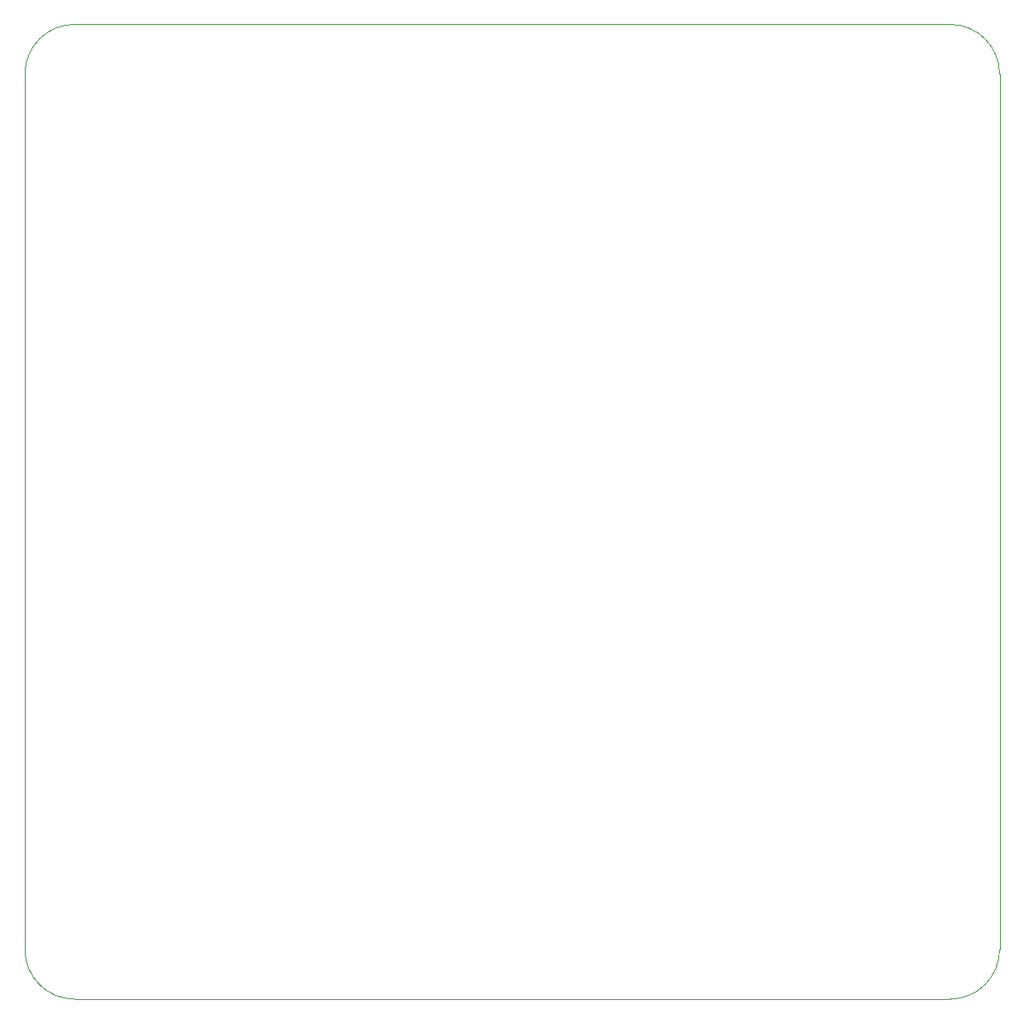
<source format=gbr>
%TF.GenerationSoftware,KiCad,Pcbnew,(6.0.1)*%
%TF.CreationDate,2023-02-05T21:43:02-08:00*%
%TF.ProjectId,Main-PcbDoc,4d61696e-2d50-4636-9244-6f632e6b6963,rev?*%
%TF.SameCoordinates,Original*%
%TF.FileFunction,Profile,NP*%
%FSLAX46Y46*%
G04 Gerber Fmt 4.6, Leading zero omitted, Abs format (unit mm)*
G04 Created by KiCad (PCBNEW (6.0.1)) date 2023-02-05 21:43:02*
%MOMM*%
%LPD*%
G01*
G04 APERTURE LIST*
%TA.AperFunction,Profile*%
%ADD10C,0.100000*%
%TD*%
G04 APERTURE END LIST*
D10*
X25400000Y32385000D02*
G75*
G03*
X30480000Y27305000I5080000J0D01*
G01*
X120015000Y27305000D02*
G75*
G03*
X125095000Y32385000I0J5080000D01*
G01*
X125095000Y121920000D02*
G75*
G03*
X120015000Y127000000I-5080000J0D01*
G01*
X30480000Y127000000D02*
G75*
G03*
X25400000Y121920000I0J-5080000D01*
G01*
X25400000Y32385000D02*
X25400000Y121920000D01*
X120015000Y27305000D02*
X30480000Y27305000D01*
X125095000Y121920000D02*
X125095000Y32385000D01*
X30480000Y127000000D02*
X120015000Y127000000D01*
M02*

</source>
